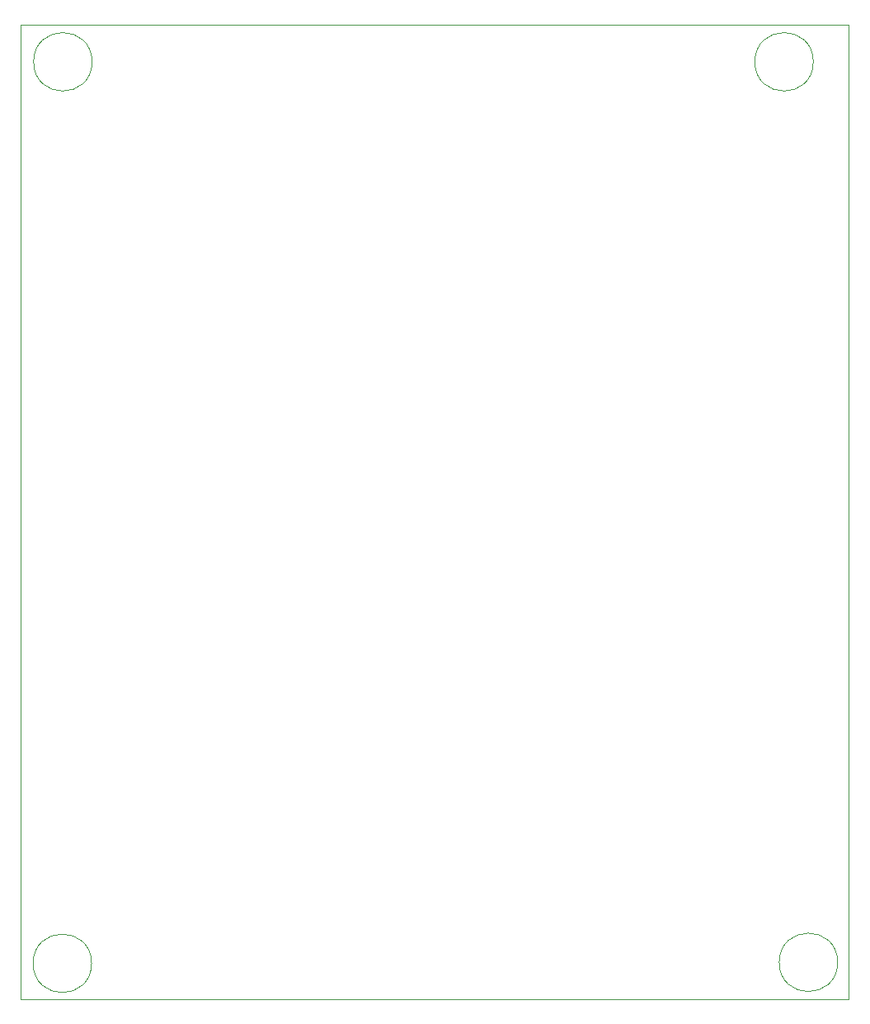
<source format=gbr>
%TF.GenerationSoftware,KiCad,Pcbnew,8.0.8*%
%TF.CreationDate,2025-04-11T19:44:07-06:00*%
%TF.ProjectId,Coquirana1,436f7175-6972-4616-9e61-312e6b696361,rev?*%
%TF.SameCoordinates,Original*%
%TF.FileFunction,Profile,NP*%
%FSLAX46Y46*%
G04 Gerber Fmt 4.6, Leading zero omitted, Abs format (unit mm)*
G04 Created by KiCad (PCBNEW 8.0.8) date 2025-04-11 19:44:07*
%MOMM*%
%LPD*%
G01*
G04 APERTURE LIST*
%TA.AperFunction,Profile*%
%ADD10C,0.050000*%
%TD*%
G04 APERTURE END LIST*
D10*
X114000000Y-45450000D02*
G75*
G02*
X108000000Y-45450000I-3000000J0D01*
G01*
X108000000Y-45450000D02*
G75*
G02*
X114000000Y-45450000I3000000J0D01*
G01*
X188050000Y-45450000D02*
G75*
G02*
X182050000Y-45450000I-3000000J0D01*
G01*
X182050000Y-45450000D02*
G75*
G02*
X188050000Y-45450000I3000000J0D01*
G01*
X106700000Y-41650000D02*
X191700000Y-41650000D01*
X191700000Y-141650000D01*
X106700000Y-141650000D01*
X106700000Y-41650000D01*
X190550000Y-137850000D02*
G75*
G02*
X184550000Y-137850000I-3000000J0D01*
G01*
X184550000Y-137850000D02*
G75*
G02*
X190550000Y-137850000I3000000J0D01*
G01*
X113950000Y-137950000D02*
G75*
G02*
X107950000Y-137950000I-3000000J0D01*
G01*
X107950000Y-137950000D02*
G75*
G02*
X113950000Y-137950000I3000000J0D01*
G01*
M02*

</source>
